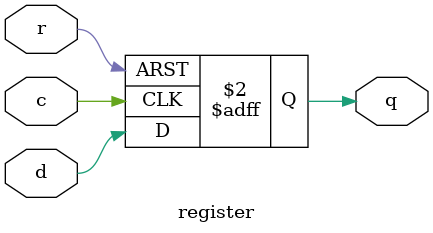
<source format=sv>

module register (
  input c,
  input r,
  input d,
  output reg q
);

always @(posedge c or posedge r) begin
  if (r) begin
    q <= 1'b0;
  end else begin
    q <= d;
  end
end

endmodule


</source>
